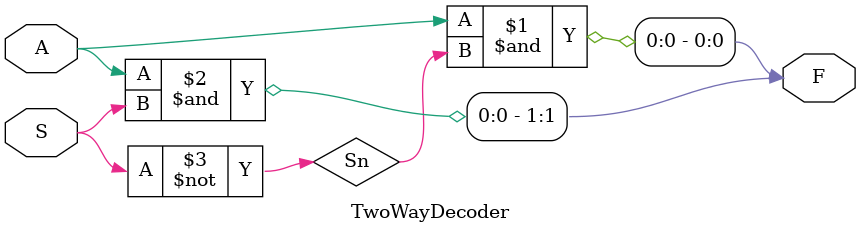
<source format=sv>
`ifndef decoders
`define decoders


module ThirtyTwoWayDecoder (A, S, F);
   //
   // ---------------- PORT DEFINITIONS ----------------
   //
   
   input wire A; 
   input wire [4:0] S;
   output wire [31:0] F;
   
   wire [1:0] B;
   
   TwoWayDecoder premux (.A(A), .S(S[4]), .F(B));
   
   SixteenWayDecoder himux (.A(B[0]), .S(S[3:0]), .F(F[15:0]));
   SixteenWayDecoder lowmux (.A(B[1]), .S(S[3:0]), .F(F[31:16]));
   

endmodule

module SixteenWayDecoder (A, S, F);
   //
   // ---------------- PORT DEFINITIONS ----------------
   //
   
   input wire A; 
   input wire [3:0] S;
   output wire [15:0] F;
   
   wire [3:0] B;
   
   FourWayDecoder premux (.A(A), .S(S[3:2]), .F(B));
   
   FourWayDecoder himux1 (.A(B[0]), .S(S[1:0]), .F(F[3:0]));
   FourWayDecoder himux2 (.A(B[1]), .S(S[1:0]), .F(F[7:4]));
   
   FourWayDecoder lomux1 (.A(B[2]), .S(S[1:0]), .F(F[11:8]));
   FourWayDecoder lomux2 (.A(B[3]), .S(S[1:0]), .F(F[15:12]));

endmodule

module FourWayDecoder (A, S, F);
   //
   // ---------------- PORT DEFINITIONS ----------------
   //
   
   input wire A; 
   input wire [1:0] S;
   output wire [3:0] F;
   
   wire [1:0] B;
   
   TwoWayDecoder premux (.A(A), .S(S[1]), .F(B));
   
   TwoWayDecoder himux (.A(B[0]), .S(S[0]), .F(F[1:0]));
   TwoWayDecoder lomux (.A(B[1]), .S(S[0]), .F(F[3:2]));

endmodule

module TwoWayDecoder (A, S, F);
   //
   // ---------------- PORT DEFINITIONS ----------------
   //
   
   input wire A, S;
   output wire [1:0] F;
   
   wire Sn;
   
   not (Sn, S);
   
   and (F[0], A, Sn);
   and (F[1], A, S);
  
endmodule


`endif 

</source>
